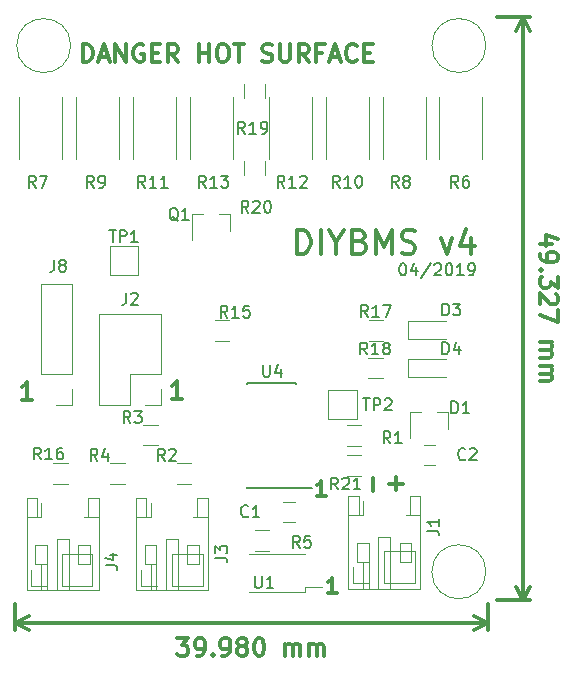
<source format=gbr>
G04 #@! TF.GenerationSoftware,KiCad,Pcbnew,(5.0.0)*
G04 #@! TF.CreationDate,2019-03-26T19:26:32+00:00*
G04 #@! TF.ProjectId,v4,76342E6B696361645F70636200000000,rev?*
G04 #@! TF.SameCoordinates,Original*
G04 #@! TF.FileFunction,Legend,Top*
G04 #@! TF.FilePolarity,Positive*
%FSLAX46Y46*%
G04 Gerber Fmt 4.6, Leading zero omitted, Abs format (unit mm)*
G04 Created by KiCad (PCBNEW (5.0.0)) date 03/26/19 19:26:32*
%MOMM*%
%LPD*%
G01*
G04 APERTURE LIST*
%ADD10C,0.300000*%
%ADD11C,0.200000*%
%ADD12C,0.120000*%
%ADD13C,0.150000*%
G04 APERTURE END LIST*
D10*
X57346000Y-58692171D02*
X57346000Y-57192171D01*
X57703142Y-57192171D01*
X57917428Y-57263600D01*
X58060285Y-57406457D01*
X58131714Y-57549314D01*
X58203142Y-57835028D01*
X58203142Y-58049314D01*
X58131714Y-58335028D01*
X58060285Y-58477885D01*
X57917428Y-58620742D01*
X57703142Y-58692171D01*
X57346000Y-58692171D01*
X58774571Y-58263600D02*
X59488857Y-58263600D01*
X58631714Y-58692171D02*
X59131714Y-57192171D01*
X59631714Y-58692171D01*
X60131714Y-58692171D02*
X60131714Y-57192171D01*
X60988857Y-58692171D01*
X60988857Y-57192171D01*
X62488857Y-57263600D02*
X62346000Y-57192171D01*
X62131714Y-57192171D01*
X61917428Y-57263600D01*
X61774571Y-57406457D01*
X61703142Y-57549314D01*
X61631714Y-57835028D01*
X61631714Y-58049314D01*
X61703142Y-58335028D01*
X61774571Y-58477885D01*
X61917428Y-58620742D01*
X62131714Y-58692171D01*
X62274571Y-58692171D01*
X62488857Y-58620742D01*
X62560285Y-58549314D01*
X62560285Y-58049314D01*
X62274571Y-58049314D01*
X63203142Y-57906457D02*
X63703142Y-57906457D01*
X63917428Y-58692171D02*
X63203142Y-58692171D01*
X63203142Y-57192171D01*
X63917428Y-57192171D01*
X65417428Y-58692171D02*
X64917428Y-57977885D01*
X64560285Y-58692171D02*
X64560285Y-57192171D01*
X65131714Y-57192171D01*
X65274571Y-57263600D01*
X65346000Y-57335028D01*
X65417428Y-57477885D01*
X65417428Y-57692171D01*
X65346000Y-57835028D01*
X65274571Y-57906457D01*
X65131714Y-57977885D01*
X64560285Y-57977885D01*
X67203142Y-58692171D02*
X67203142Y-57192171D01*
X67203142Y-57906457D02*
X68060285Y-57906457D01*
X68060285Y-58692171D02*
X68060285Y-57192171D01*
X69060285Y-57192171D02*
X69346000Y-57192171D01*
X69488857Y-57263600D01*
X69631714Y-57406457D01*
X69703142Y-57692171D01*
X69703142Y-58192171D01*
X69631714Y-58477885D01*
X69488857Y-58620742D01*
X69346000Y-58692171D01*
X69060285Y-58692171D01*
X68917428Y-58620742D01*
X68774571Y-58477885D01*
X68703142Y-58192171D01*
X68703142Y-57692171D01*
X68774571Y-57406457D01*
X68917428Y-57263600D01*
X69060285Y-57192171D01*
X70131714Y-57192171D02*
X70988857Y-57192171D01*
X70560285Y-58692171D02*
X70560285Y-57192171D01*
X72560285Y-58620742D02*
X72774571Y-58692171D01*
X73131714Y-58692171D01*
X73274571Y-58620742D01*
X73346000Y-58549314D01*
X73417428Y-58406457D01*
X73417428Y-58263600D01*
X73346000Y-58120742D01*
X73274571Y-58049314D01*
X73131714Y-57977885D01*
X72846000Y-57906457D01*
X72703142Y-57835028D01*
X72631714Y-57763600D01*
X72560285Y-57620742D01*
X72560285Y-57477885D01*
X72631714Y-57335028D01*
X72703142Y-57263600D01*
X72846000Y-57192171D01*
X73203142Y-57192171D01*
X73417428Y-57263600D01*
X74060285Y-57192171D02*
X74060285Y-58406457D01*
X74131714Y-58549314D01*
X74203142Y-58620742D01*
X74346000Y-58692171D01*
X74631714Y-58692171D01*
X74774571Y-58620742D01*
X74846000Y-58549314D01*
X74917428Y-58406457D01*
X74917428Y-57192171D01*
X76488857Y-58692171D02*
X75988857Y-57977885D01*
X75631714Y-58692171D02*
X75631714Y-57192171D01*
X76203142Y-57192171D01*
X76346000Y-57263600D01*
X76417428Y-57335028D01*
X76488857Y-57477885D01*
X76488857Y-57692171D01*
X76417428Y-57835028D01*
X76346000Y-57906457D01*
X76203142Y-57977885D01*
X75631714Y-57977885D01*
X77631714Y-57906457D02*
X77131714Y-57906457D01*
X77131714Y-58692171D02*
X77131714Y-57192171D01*
X77846000Y-57192171D01*
X78346000Y-58263600D02*
X79060285Y-58263600D01*
X78203142Y-58692171D02*
X78703142Y-57192171D01*
X79203142Y-58692171D01*
X80560285Y-58549314D02*
X80488857Y-58620742D01*
X80274571Y-58692171D01*
X80131714Y-58692171D01*
X79917428Y-58620742D01*
X79774571Y-58477885D01*
X79703142Y-58335028D01*
X79631714Y-58049314D01*
X79631714Y-57835028D01*
X79703142Y-57549314D01*
X79774571Y-57406457D01*
X79917428Y-57263600D01*
X80131714Y-57192171D01*
X80274571Y-57192171D01*
X80488857Y-57263600D01*
X80560285Y-57335028D01*
X81203142Y-57906457D02*
X81703142Y-57906457D01*
X81917428Y-58692171D02*
X81203142Y-58692171D01*
X81203142Y-57192171D01*
X81917428Y-57192171D01*
D11*
X84417866Y-75753980D02*
X84513104Y-75753980D01*
X84608342Y-75801600D01*
X84655961Y-75849219D01*
X84703580Y-75944457D01*
X84751200Y-76134933D01*
X84751200Y-76373028D01*
X84703580Y-76563504D01*
X84655961Y-76658742D01*
X84608342Y-76706361D01*
X84513104Y-76753980D01*
X84417866Y-76753980D01*
X84322628Y-76706361D01*
X84275009Y-76658742D01*
X84227390Y-76563504D01*
X84179771Y-76373028D01*
X84179771Y-76134933D01*
X84227390Y-75944457D01*
X84275009Y-75849219D01*
X84322628Y-75801600D01*
X84417866Y-75753980D01*
X85608342Y-76087314D02*
X85608342Y-76753980D01*
X85370247Y-75706361D02*
X85132152Y-76420647D01*
X85751200Y-76420647D01*
X86846438Y-75706361D02*
X85989295Y-76992076D01*
X87132152Y-75849219D02*
X87179771Y-75801600D01*
X87275009Y-75753980D01*
X87513104Y-75753980D01*
X87608342Y-75801600D01*
X87655961Y-75849219D01*
X87703580Y-75944457D01*
X87703580Y-76039695D01*
X87655961Y-76182552D01*
X87084533Y-76753980D01*
X87703580Y-76753980D01*
X88322628Y-75753980D02*
X88417866Y-75753980D01*
X88513104Y-75801600D01*
X88560723Y-75849219D01*
X88608342Y-75944457D01*
X88655961Y-76134933D01*
X88655961Y-76373028D01*
X88608342Y-76563504D01*
X88560723Y-76658742D01*
X88513104Y-76706361D01*
X88417866Y-76753980D01*
X88322628Y-76753980D01*
X88227390Y-76706361D01*
X88179771Y-76658742D01*
X88132152Y-76563504D01*
X88084533Y-76373028D01*
X88084533Y-76134933D01*
X88132152Y-75944457D01*
X88179771Y-75849219D01*
X88227390Y-75801600D01*
X88322628Y-75753980D01*
X89608342Y-76753980D02*
X89036914Y-76753980D01*
X89322628Y-76753980D02*
X89322628Y-75753980D01*
X89227390Y-75896838D01*
X89132152Y-75992076D01*
X89036914Y-76039695D01*
X90084533Y-76753980D02*
X90275009Y-76753980D01*
X90370247Y-76706361D01*
X90417866Y-76658742D01*
X90513104Y-76515885D01*
X90560723Y-76325409D01*
X90560723Y-75944457D01*
X90513104Y-75849219D01*
X90465485Y-75801600D01*
X90370247Y-75753980D01*
X90179771Y-75753980D01*
X90084533Y-75801600D01*
X90036914Y-75849219D01*
X89989295Y-75944457D01*
X89989295Y-76182552D01*
X90036914Y-76277790D01*
X90084533Y-76325409D01*
X90179771Y-76373028D01*
X90370247Y-76373028D01*
X90465485Y-76325409D01*
X90513104Y-76277790D01*
X90560723Y-76182552D01*
D10*
X78857428Y-103661295D02*
X78114571Y-103661295D01*
X78486000Y-103661295D02*
X78486000Y-102361295D01*
X78362190Y-102547009D01*
X78238380Y-102670819D01*
X78114571Y-102732723D01*
X77943028Y-95431695D02*
X77200171Y-95431695D01*
X77571600Y-95431695D02*
X77571600Y-94131695D01*
X77447790Y-94317409D01*
X77323980Y-94441219D01*
X77200171Y-94503123D01*
X75505266Y-74920361D02*
X75505266Y-72920361D01*
X75981457Y-72920361D01*
X76267171Y-73015600D01*
X76457647Y-73206076D01*
X76552885Y-73396552D01*
X76648123Y-73777504D01*
X76648123Y-74063219D01*
X76552885Y-74444171D01*
X76457647Y-74634647D01*
X76267171Y-74825123D01*
X75981457Y-74920361D01*
X75505266Y-74920361D01*
X77505266Y-74920361D02*
X77505266Y-72920361D01*
X78838600Y-73967980D02*
X78838600Y-74920361D01*
X78171933Y-72920361D02*
X78838600Y-73967980D01*
X79505266Y-72920361D01*
X80838600Y-73872742D02*
X81124314Y-73967980D01*
X81219552Y-74063219D01*
X81314790Y-74253695D01*
X81314790Y-74539409D01*
X81219552Y-74729885D01*
X81124314Y-74825123D01*
X80933838Y-74920361D01*
X80171933Y-74920361D01*
X80171933Y-72920361D01*
X80838600Y-72920361D01*
X81029076Y-73015600D01*
X81124314Y-73110838D01*
X81219552Y-73301314D01*
X81219552Y-73491790D01*
X81124314Y-73682266D01*
X81029076Y-73777504D01*
X80838600Y-73872742D01*
X80171933Y-73872742D01*
X82171933Y-74920361D02*
X82171933Y-72920361D01*
X82838600Y-74348933D01*
X83505266Y-72920361D01*
X83505266Y-74920361D01*
X84362409Y-74825123D02*
X84648123Y-74920361D01*
X85124314Y-74920361D01*
X85314790Y-74825123D01*
X85410028Y-74729885D01*
X85505266Y-74539409D01*
X85505266Y-74348933D01*
X85410028Y-74158457D01*
X85314790Y-74063219D01*
X85124314Y-73967980D01*
X84743361Y-73872742D01*
X84552885Y-73777504D01*
X84457647Y-73682266D01*
X84362409Y-73491790D01*
X84362409Y-73301314D01*
X84457647Y-73110838D01*
X84552885Y-73015600D01*
X84743361Y-72920361D01*
X85219552Y-72920361D01*
X85505266Y-73015600D01*
X87695742Y-73587028D02*
X88171933Y-74920361D01*
X88648123Y-73587028D01*
X90267171Y-73587028D02*
X90267171Y-74920361D01*
X89790980Y-72825123D02*
X89314790Y-74253695D01*
X90552885Y-74253695D01*
X53057371Y-87292571D02*
X52200228Y-87292571D01*
X52628800Y-87292571D02*
X52628800Y-85792571D01*
X52485942Y-86006857D01*
X52343085Y-86149714D01*
X52200228Y-86221142D01*
X65757371Y-87190971D02*
X64900228Y-87190971D01*
X65328800Y-87190971D02*
X65328800Y-85690971D01*
X65185942Y-85905257D01*
X65043085Y-86048114D01*
X64900228Y-86119542D01*
X81945942Y-95059428D02*
X81945942Y-93916571D01*
X83299371Y-94391942D02*
X84442228Y-94391942D01*
X83870800Y-94963371D02*
X83870800Y-93820514D01*
X65367685Y-107501371D02*
X66296257Y-107501371D01*
X65796257Y-108072800D01*
X66010542Y-108072800D01*
X66153400Y-108144228D01*
X66224828Y-108215657D01*
X66296257Y-108358514D01*
X66296257Y-108715657D01*
X66224828Y-108858514D01*
X66153400Y-108929942D01*
X66010542Y-109001371D01*
X65581971Y-109001371D01*
X65439114Y-108929942D01*
X65367685Y-108858514D01*
X67010542Y-109001371D02*
X67296257Y-109001371D01*
X67439114Y-108929942D01*
X67510542Y-108858514D01*
X67653400Y-108644228D01*
X67724828Y-108358514D01*
X67724828Y-107787085D01*
X67653400Y-107644228D01*
X67581971Y-107572800D01*
X67439114Y-107501371D01*
X67153400Y-107501371D01*
X67010542Y-107572800D01*
X66939114Y-107644228D01*
X66867685Y-107787085D01*
X66867685Y-108144228D01*
X66939114Y-108287085D01*
X67010542Y-108358514D01*
X67153400Y-108429942D01*
X67439114Y-108429942D01*
X67581971Y-108358514D01*
X67653400Y-108287085D01*
X67724828Y-108144228D01*
X68367685Y-108858514D02*
X68439114Y-108929942D01*
X68367685Y-109001371D01*
X68296257Y-108929942D01*
X68367685Y-108858514D01*
X68367685Y-109001371D01*
X69153400Y-109001371D02*
X69439114Y-109001371D01*
X69581971Y-108929942D01*
X69653400Y-108858514D01*
X69796257Y-108644228D01*
X69867685Y-108358514D01*
X69867685Y-107787085D01*
X69796257Y-107644228D01*
X69724828Y-107572800D01*
X69581971Y-107501371D01*
X69296257Y-107501371D01*
X69153400Y-107572800D01*
X69081971Y-107644228D01*
X69010542Y-107787085D01*
X69010542Y-108144228D01*
X69081971Y-108287085D01*
X69153400Y-108358514D01*
X69296257Y-108429942D01*
X69581971Y-108429942D01*
X69724828Y-108358514D01*
X69796257Y-108287085D01*
X69867685Y-108144228D01*
X70724828Y-108144228D02*
X70581971Y-108072800D01*
X70510542Y-108001371D01*
X70439114Y-107858514D01*
X70439114Y-107787085D01*
X70510542Y-107644228D01*
X70581971Y-107572800D01*
X70724828Y-107501371D01*
X71010542Y-107501371D01*
X71153400Y-107572800D01*
X71224828Y-107644228D01*
X71296257Y-107787085D01*
X71296257Y-107858514D01*
X71224828Y-108001371D01*
X71153400Y-108072800D01*
X71010542Y-108144228D01*
X70724828Y-108144228D01*
X70581971Y-108215657D01*
X70510542Y-108287085D01*
X70439114Y-108429942D01*
X70439114Y-108715657D01*
X70510542Y-108858514D01*
X70581971Y-108929942D01*
X70724828Y-109001371D01*
X71010542Y-109001371D01*
X71153400Y-108929942D01*
X71224828Y-108858514D01*
X71296257Y-108715657D01*
X71296257Y-108429942D01*
X71224828Y-108287085D01*
X71153400Y-108215657D01*
X71010542Y-108144228D01*
X72224828Y-107501371D02*
X72367685Y-107501371D01*
X72510542Y-107572800D01*
X72581971Y-107644228D01*
X72653400Y-107787085D01*
X72724828Y-108072800D01*
X72724828Y-108429942D01*
X72653400Y-108715657D01*
X72581971Y-108858514D01*
X72510542Y-108929942D01*
X72367685Y-109001371D01*
X72224828Y-109001371D01*
X72081971Y-108929942D01*
X72010542Y-108858514D01*
X71939114Y-108715657D01*
X71867685Y-108429942D01*
X71867685Y-108072800D01*
X71939114Y-107787085D01*
X72010542Y-107644228D01*
X72081971Y-107572800D01*
X72224828Y-107501371D01*
X74510542Y-109001371D02*
X74510542Y-108001371D01*
X74510542Y-108144228D02*
X74581971Y-108072800D01*
X74724828Y-108001371D01*
X74939114Y-108001371D01*
X75081971Y-108072800D01*
X75153400Y-108215657D01*
X75153400Y-109001371D01*
X75153400Y-108215657D02*
X75224828Y-108072800D01*
X75367685Y-108001371D01*
X75581971Y-108001371D01*
X75724828Y-108072800D01*
X75796257Y-108215657D01*
X75796257Y-109001371D01*
X76510542Y-109001371D02*
X76510542Y-108001371D01*
X76510542Y-108144228D02*
X76581971Y-108072800D01*
X76724828Y-108001371D01*
X76939114Y-108001371D01*
X77081971Y-108072800D01*
X77153400Y-108215657D01*
X77153400Y-109001371D01*
X77153400Y-108215657D02*
X77224828Y-108072800D01*
X77367685Y-108001371D01*
X77581971Y-108001371D01*
X77724828Y-108072800D01*
X77796257Y-108215657D01*
X77796257Y-109001371D01*
X51663600Y-106222800D02*
X91643200Y-106222800D01*
X51663600Y-104546400D02*
X51663600Y-106809221D01*
X91643200Y-104546400D02*
X91643200Y-106809221D01*
X91643200Y-106222800D02*
X90516696Y-106809221D01*
X91643200Y-106222800D02*
X90516696Y-105636379D01*
X51663600Y-106222800D02*
X52790104Y-106809221D01*
X51663600Y-106222800D02*
X52790104Y-105636379D01*
X97061828Y-74078200D02*
X96061828Y-74078200D01*
X97633257Y-73721057D02*
X96561828Y-73363914D01*
X96561828Y-74292485D01*
X96061828Y-74935342D02*
X96061828Y-75221057D01*
X96133257Y-75363914D01*
X96204685Y-75435342D01*
X96418971Y-75578200D01*
X96704685Y-75649628D01*
X97276114Y-75649628D01*
X97418971Y-75578200D01*
X97490400Y-75506771D01*
X97561828Y-75363914D01*
X97561828Y-75078200D01*
X97490400Y-74935342D01*
X97418971Y-74863914D01*
X97276114Y-74792485D01*
X96918971Y-74792485D01*
X96776114Y-74863914D01*
X96704685Y-74935342D01*
X96633257Y-75078200D01*
X96633257Y-75363914D01*
X96704685Y-75506771D01*
X96776114Y-75578200D01*
X96918971Y-75649628D01*
X96204685Y-76292485D02*
X96133257Y-76363914D01*
X96061828Y-76292485D01*
X96133257Y-76221057D01*
X96204685Y-76292485D01*
X96061828Y-76292485D01*
X97561828Y-76863914D02*
X97561828Y-77792485D01*
X96990400Y-77292485D01*
X96990400Y-77506771D01*
X96918971Y-77649628D01*
X96847542Y-77721057D01*
X96704685Y-77792485D01*
X96347542Y-77792485D01*
X96204685Y-77721057D01*
X96133257Y-77649628D01*
X96061828Y-77506771D01*
X96061828Y-77078200D01*
X96133257Y-76935342D01*
X96204685Y-76863914D01*
X97418971Y-78363914D02*
X97490400Y-78435342D01*
X97561828Y-78578200D01*
X97561828Y-78935342D01*
X97490400Y-79078200D01*
X97418971Y-79149628D01*
X97276114Y-79221057D01*
X97133257Y-79221057D01*
X96918971Y-79149628D01*
X96061828Y-78292485D01*
X96061828Y-79221057D01*
X97561828Y-79721057D02*
X97561828Y-80721057D01*
X96061828Y-80078200D01*
X96061828Y-82435342D02*
X97061828Y-82435342D01*
X96918971Y-82435342D02*
X96990400Y-82506771D01*
X97061828Y-82649628D01*
X97061828Y-82863914D01*
X96990400Y-83006771D01*
X96847542Y-83078200D01*
X96061828Y-83078200D01*
X96847542Y-83078200D02*
X96990400Y-83149628D01*
X97061828Y-83292485D01*
X97061828Y-83506771D01*
X96990400Y-83649628D01*
X96847542Y-83721057D01*
X96061828Y-83721057D01*
X96061828Y-84435342D02*
X97061828Y-84435342D01*
X96918971Y-84435342D02*
X96990400Y-84506771D01*
X97061828Y-84649628D01*
X97061828Y-84863914D01*
X96990400Y-85006771D01*
X96847542Y-85078200D01*
X96061828Y-85078200D01*
X96847542Y-85078200D02*
X96990400Y-85149628D01*
X97061828Y-85292485D01*
X97061828Y-85506771D01*
X96990400Y-85649628D01*
X96847542Y-85721057D01*
X96061828Y-85721057D01*
X94640400Y-54914800D02*
X94640400Y-104241600D01*
X92405200Y-54914800D02*
X95226821Y-54914800D01*
X92405200Y-104241600D02*
X95226821Y-104241600D01*
X94640400Y-104241600D02*
X94053979Y-103115096D01*
X94640400Y-104241600D02*
X95226821Y-103115096D01*
X94640400Y-54914800D02*
X94053979Y-56041304D01*
X94640400Y-54914800D02*
X95226821Y-56041304D01*
D12*
G04 #@! TO.C,REF\002A\002A*
X91490800Y-57302400D02*
G75*
G03X91490800Y-57302400I-2286000J0D01*
G01*
X56337200Y-57302400D02*
G75*
G03X56337200Y-57302400I-2286000J0D01*
G01*
X91490800Y-101854000D02*
G75*
G03X91490800Y-101854000I-2286000J0D01*
G01*
G04 #@! TO.C,R17*
X82794400Y-82288970D02*
X81594400Y-82288970D01*
X81594400Y-80528970D02*
X82794400Y-80528970D01*
G04 #@! TO.C,J7*
X67522400Y-103031600D02*
X67522400Y-100371600D01*
X64922400Y-103031600D02*
X67522400Y-103031600D01*
X64922400Y-100371600D02*
X67522400Y-100371600D01*
X64922400Y-103031600D02*
X64922400Y-100371600D01*
X63652400Y-103031600D02*
X62322400Y-103031600D01*
X62322400Y-103031600D02*
X62322400Y-101701600D01*
G04 #@! TO.C,J3*
X64406400Y-103428800D02*
X64406400Y-99078800D01*
X64406400Y-99078800D02*
X65406400Y-99078800D01*
X65406400Y-99078800D02*
X65406400Y-103428800D01*
X63106400Y-97228800D02*
X62756400Y-97228800D01*
X62756400Y-97228800D02*
X62756400Y-95628800D01*
X62756400Y-95628800D02*
X61856400Y-95628800D01*
X61856400Y-95628800D02*
X61856400Y-103428800D01*
X61856400Y-103428800D02*
X67956400Y-103428800D01*
X67956400Y-103428800D02*
X67956400Y-95628800D01*
X67956400Y-95628800D02*
X67056400Y-95628800D01*
X67056400Y-95628800D02*
X67056400Y-97228800D01*
X67056400Y-97228800D02*
X66706400Y-97228800D01*
X61856400Y-97228800D02*
X62756400Y-97228800D01*
X67956400Y-97228800D02*
X67056400Y-97228800D01*
X62606400Y-99578800D02*
X62606400Y-101178800D01*
X62606400Y-101178800D02*
X63606400Y-101178800D01*
X63606400Y-101178800D02*
X63606400Y-99578800D01*
X63606400Y-99578800D02*
X62606400Y-99578800D01*
X67206400Y-99578800D02*
X67206400Y-101178800D01*
X67206400Y-101178800D02*
X66206400Y-101178800D01*
X66206400Y-101178800D02*
X66206400Y-99578800D01*
X66206400Y-99578800D02*
X67206400Y-99578800D01*
X63606400Y-101178800D02*
X63606400Y-103428800D01*
X63106400Y-101178800D02*
X63106400Y-103428800D01*
X63106400Y-97228800D02*
X63106400Y-96028800D01*
G04 #@! TO.C,J2*
X63966400Y-80000800D02*
X58766400Y-80000800D01*
X63966400Y-85140800D02*
X63966400Y-80000800D01*
X58766400Y-87740800D02*
X58766400Y-80000800D01*
X63966400Y-85140800D02*
X61366400Y-85140800D01*
X61366400Y-85140800D02*
X61366400Y-87740800D01*
X61366400Y-87740800D02*
X58766400Y-87740800D01*
X63966400Y-86410800D02*
X63966400Y-87740800D01*
X63966400Y-87740800D02*
X62636400Y-87740800D01*
G04 #@! TO.C,C1*
X74305200Y-97674800D02*
X75305200Y-97674800D01*
X75305200Y-95974800D02*
X74305200Y-95974800D01*
G04 #@! TO.C,J1*
X82389600Y-103276400D02*
X82389600Y-98926400D01*
X82389600Y-98926400D02*
X83389600Y-98926400D01*
X83389600Y-98926400D02*
X83389600Y-103276400D01*
X81089600Y-97076400D02*
X80739600Y-97076400D01*
X80739600Y-97076400D02*
X80739600Y-95476400D01*
X80739600Y-95476400D02*
X79839600Y-95476400D01*
X79839600Y-95476400D02*
X79839600Y-103276400D01*
X79839600Y-103276400D02*
X85939600Y-103276400D01*
X85939600Y-103276400D02*
X85939600Y-95476400D01*
X85939600Y-95476400D02*
X85039600Y-95476400D01*
X85039600Y-95476400D02*
X85039600Y-97076400D01*
X85039600Y-97076400D02*
X84689600Y-97076400D01*
X79839600Y-97076400D02*
X80739600Y-97076400D01*
X85939600Y-97076400D02*
X85039600Y-97076400D01*
X80589600Y-99426400D02*
X80589600Y-101026400D01*
X80589600Y-101026400D02*
X81589600Y-101026400D01*
X81589600Y-101026400D02*
X81589600Y-99426400D01*
X81589600Y-99426400D02*
X80589600Y-99426400D01*
X85189600Y-99426400D02*
X85189600Y-101026400D01*
X85189600Y-101026400D02*
X84189600Y-101026400D01*
X84189600Y-101026400D02*
X84189600Y-99426400D01*
X84189600Y-99426400D02*
X85189600Y-99426400D01*
X81589600Y-101026400D02*
X81589600Y-103276400D01*
X81089600Y-101026400D02*
X81089600Y-103276400D01*
X81089600Y-97076400D02*
X81089600Y-95876400D01*
G04 #@! TO.C,R1*
X79714800Y-89442400D02*
X80914800Y-89442400D01*
X80914800Y-91202400D02*
X79714800Y-91202400D01*
D13*
G04 #@! TO.C,U4*
X75430200Y-94772400D02*
X75430200Y-94747400D01*
X71280200Y-94772400D02*
X71280200Y-94657400D01*
X71280200Y-85872400D02*
X71280200Y-85987400D01*
X75430200Y-85872400D02*
X75430200Y-85987400D01*
X75430200Y-94772400D02*
X71280200Y-94772400D01*
X75430200Y-85872400D02*
X71280200Y-85872400D01*
X75430200Y-94747400D02*
X76805200Y-94747400D01*
D12*
G04 #@! TO.C,C2*
X87215600Y-91098000D02*
X86215600Y-91098000D01*
X86215600Y-92798000D02*
X87215600Y-92798000D01*
G04 #@! TO.C,J4*
X55160800Y-103428800D02*
X55160800Y-99078800D01*
X55160800Y-99078800D02*
X56160800Y-99078800D01*
X56160800Y-99078800D02*
X56160800Y-103428800D01*
X53860800Y-97228800D02*
X53510800Y-97228800D01*
X53510800Y-97228800D02*
X53510800Y-95628800D01*
X53510800Y-95628800D02*
X52610800Y-95628800D01*
X52610800Y-95628800D02*
X52610800Y-103428800D01*
X52610800Y-103428800D02*
X58710800Y-103428800D01*
X58710800Y-103428800D02*
X58710800Y-95628800D01*
X58710800Y-95628800D02*
X57810800Y-95628800D01*
X57810800Y-95628800D02*
X57810800Y-97228800D01*
X57810800Y-97228800D02*
X57460800Y-97228800D01*
X52610800Y-97228800D02*
X53510800Y-97228800D01*
X58710800Y-97228800D02*
X57810800Y-97228800D01*
X53360800Y-99578800D02*
X53360800Y-101178800D01*
X53360800Y-101178800D02*
X54360800Y-101178800D01*
X54360800Y-101178800D02*
X54360800Y-99578800D01*
X54360800Y-99578800D02*
X53360800Y-99578800D01*
X57960800Y-99578800D02*
X57960800Y-101178800D01*
X57960800Y-101178800D02*
X56960800Y-101178800D01*
X56960800Y-101178800D02*
X56960800Y-99578800D01*
X56960800Y-99578800D02*
X57960800Y-99578800D01*
X54360800Y-101178800D02*
X54360800Y-103428800D01*
X53860800Y-101178800D02*
X53860800Y-103428800D01*
X53860800Y-97228800D02*
X53860800Y-96028800D01*
G04 #@! TO.C,J5*
X85454800Y-102777600D02*
X85454800Y-100117600D01*
X82854800Y-102777600D02*
X85454800Y-102777600D01*
X82854800Y-100117600D02*
X85454800Y-100117600D01*
X82854800Y-102777600D02*
X82854800Y-100117600D01*
X81584800Y-102777600D02*
X80254800Y-102777600D01*
X80254800Y-102777600D02*
X80254800Y-101447600D01*
G04 #@! TO.C,J6*
X58175200Y-103031600D02*
X58175200Y-100371600D01*
X55575200Y-103031600D02*
X58175200Y-103031600D01*
X55575200Y-100371600D02*
X58175200Y-100371600D01*
X55575200Y-103031600D02*
X55575200Y-100371600D01*
X54305200Y-103031600D02*
X52975200Y-103031600D01*
X52975200Y-103031600D02*
X52975200Y-101701600D01*
G04 #@! TO.C,R2*
X66538400Y-94402800D02*
X65338400Y-94402800D01*
X65338400Y-92642800D02*
X66538400Y-92642800D01*
G04 #@! TO.C,R3*
X62493600Y-89391600D02*
X63693600Y-89391600D01*
X63693600Y-91151600D02*
X62493600Y-91151600D01*
G04 #@! TO.C,R4*
X59699600Y-92642800D02*
X60899600Y-92642800D01*
X60899600Y-94402800D02*
X59699600Y-94402800D01*
G04 #@! TO.C,R5*
X71942400Y-98332400D02*
X73142400Y-98332400D01*
X73142400Y-100092400D02*
X71942400Y-100092400D01*
G04 #@! TO.C,R15*
X69738800Y-82288970D02*
X68538800Y-82288970D01*
X68538800Y-80528970D02*
X69738800Y-80528970D01*
G04 #@! TO.C,R16*
X54873600Y-92642800D02*
X56073600Y-92642800D01*
X56073600Y-94402800D02*
X54873600Y-94402800D01*
G04 #@! TO.C,R18*
X82743600Y-85477000D02*
X81543600Y-85477000D01*
X81543600Y-83717000D02*
X82743600Y-83717000D01*
G04 #@! TO.C,U1*
X76212400Y-103545600D02*
X76212400Y-103145600D01*
X76212400Y-103145600D02*
X77612400Y-103145600D01*
X76212400Y-103545600D02*
X71412400Y-103545600D01*
X76212400Y-100345600D02*
X71412400Y-100345600D01*
G04 #@! TO.C,D1*
X88244800Y-88343200D02*
X87314800Y-88343200D01*
X85084800Y-88343200D02*
X86014800Y-88343200D01*
X85084800Y-88343200D02*
X85084800Y-90503200D01*
X88244800Y-88343200D02*
X88244800Y-89803200D01*
G04 #@! TO.C,D3*
X88122000Y-82131600D02*
X84922000Y-82131600D01*
X84922000Y-80631600D02*
X88122000Y-80631600D01*
X84922000Y-80631600D02*
X84922000Y-82131600D01*
G04 #@! TO.C,D4*
X88122000Y-85332000D02*
X84922000Y-85332000D01*
X84922000Y-83832000D02*
X88122000Y-83832000D01*
X84922000Y-83832000D02*
X84922000Y-85332000D01*
G04 #@! TO.C,Q1*
X69804400Y-71565600D02*
X68874400Y-71565600D01*
X66644400Y-71565600D02*
X67574400Y-71565600D01*
X66644400Y-71565600D02*
X66644400Y-73725600D01*
X69804400Y-71565600D02*
X69804400Y-73025600D01*
G04 #@! TO.C,R19*
X72762000Y-60549600D02*
X72762000Y-61749600D01*
X71002000Y-61749600D02*
X71002000Y-60549600D01*
G04 #@! TO.C,R20*
X71002000Y-68252000D02*
X71002000Y-67052000D01*
X72762000Y-67052000D02*
X72762000Y-68252000D01*
G04 #@! TO.C,R21*
X79714800Y-91982400D02*
X80914800Y-91982400D01*
X80914800Y-93742400D02*
X79714800Y-93742400D01*
G04 #@! TO.C,TP2*
X78149600Y-86480800D02*
X80549600Y-86480800D01*
X80549600Y-86480800D02*
X80549600Y-88880800D01*
X80549600Y-88880800D02*
X78149600Y-88880800D01*
X78149600Y-88880800D02*
X78149600Y-86480800D01*
G04 #@! TO.C,J8*
X56448000Y-87740800D02*
X55118000Y-87740800D01*
X56448000Y-86410800D02*
X56448000Y-87740800D01*
X56448000Y-85140800D02*
X53788000Y-85140800D01*
X53788000Y-85140800D02*
X53788000Y-77460800D01*
X56448000Y-85140800D02*
X56448000Y-77460800D01*
X56448000Y-77460800D02*
X53788000Y-77460800D01*
G04 #@! TO.C,R6*
X87537200Y-66889200D02*
X87537200Y-61689200D01*
X91177200Y-61689200D02*
X91177200Y-66889200D01*
G04 #@! TO.C,R7*
X55617200Y-61689200D02*
X55617200Y-66889200D01*
X51977200Y-66889200D02*
X51977200Y-61689200D01*
G04 #@! TO.C,R8*
X82745066Y-66899200D02*
X82745066Y-61699200D01*
X86385066Y-61699200D02*
X86385066Y-66899200D01*
G04 #@! TO.C,R9*
X60426266Y-61699200D02*
X60426266Y-66899200D01*
X56786266Y-66899200D02*
X56786266Y-61699200D01*
G04 #@! TO.C,R10*
X81592933Y-61689200D02*
X81592933Y-66889200D01*
X77952933Y-66889200D02*
X77952933Y-61689200D01*
G04 #@! TO.C,R11*
X65235332Y-61689200D02*
X65235332Y-66889200D01*
X61595332Y-66889200D02*
X61595332Y-61689200D01*
G04 #@! TO.C,R12*
X76800800Y-61699200D02*
X76800800Y-66899200D01*
X73160800Y-66899200D02*
X73160800Y-61699200D01*
G04 #@! TO.C,R13*
X70044400Y-61699200D02*
X70044400Y-66899200D01*
X66404400Y-66899200D02*
X66404400Y-61699200D01*
G04 #@! TO.C,TP1*
X59658400Y-74288800D02*
X62058400Y-74288800D01*
X62058400Y-74288800D02*
X62058400Y-76688800D01*
X62058400Y-76688800D02*
X59658400Y-76688800D01*
X59658400Y-76688800D02*
X59658400Y-74288800D01*
G04 #@! TO.C,R17*
D13*
X81500742Y-80259180D02*
X81167409Y-79782990D01*
X80929314Y-80259180D02*
X80929314Y-79259180D01*
X81310266Y-79259180D01*
X81405504Y-79306800D01*
X81453123Y-79354419D01*
X81500742Y-79449657D01*
X81500742Y-79592514D01*
X81453123Y-79687752D01*
X81405504Y-79735371D01*
X81310266Y-79782990D01*
X80929314Y-79782990D01*
X82453123Y-80259180D02*
X81881695Y-80259180D01*
X82167409Y-80259180D02*
X82167409Y-79259180D01*
X82072171Y-79402038D01*
X81976933Y-79497276D01*
X81881695Y-79544895D01*
X82786457Y-79259180D02*
X83453123Y-79259180D01*
X83024552Y-80259180D01*
G04 #@! TO.C,J3*
X68591180Y-100663333D02*
X69305466Y-100663333D01*
X69448323Y-100710952D01*
X69543561Y-100806190D01*
X69591180Y-100949047D01*
X69591180Y-101044285D01*
X68591180Y-100282380D02*
X68591180Y-99663333D01*
X68972133Y-99996666D01*
X68972133Y-99853809D01*
X69019752Y-99758571D01*
X69067371Y-99710952D01*
X69162609Y-99663333D01*
X69400704Y-99663333D01*
X69495942Y-99710952D01*
X69543561Y-99758571D01*
X69591180Y-99853809D01*
X69591180Y-100139523D01*
X69543561Y-100234761D01*
X69495942Y-100282380D01*
G04 #@! TO.C,J2*
X61033066Y-78243180D02*
X61033066Y-78957466D01*
X60985447Y-79100323D01*
X60890209Y-79195561D01*
X60747352Y-79243180D01*
X60652114Y-79243180D01*
X61461638Y-78338419D02*
X61509257Y-78290800D01*
X61604495Y-78243180D01*
X61842590Y-78243180D01*
X61937828Y-78290800D01*
X61985447Y-78338419D01*
X62033066Y-78433657D01*
X62033066Y-78528895D01*
X61985447Y-78671752D01*
X61414019Y-79243180D01*
X62033066Y-79243180D01*
G04 #@! TO.C,C1*
X71359733Y-97131142D02*
X71312114Y-97178761D01*
X71169257Y-97226380D01*
X71074019Y-97226380D01*
X70931161Y-97178761D01*
X70835923Y-97083523D01*
X70788304Y-96988285D01*
X70740685Y-96797809D01*
X70740685Y-96654952D01*
X70788304Y-96464476D01*
X70835923Y-96369238D01*
X70931161Y-96274000D01*
X71074019Y-96226380D01*
X71169257Y-96226380D01*
X71312114Y-96274000D01*
X71359733Y-96321619D01*
X72312114Y-97226380D02*
X71740685Y-97226380D01*
X72026400Y-97226380D02*
X72026400Y-96226380D01*
X71931161Y-96369238D01*
X71835923Y-96464476D01*
X71740685Y-96512095D01*
G04 #@! TO.C,J1*
X86523580Y-98377333D02*
X87237866Y-98377333D01*
X87380723Y-98424952D01*
X87475961Y-98520190D01*
X87523580Y-98663047D01*
X87523580Y-98758285D01*
X87523580Y-97377333D02*
X87523580Y-97948761D01*
X87523580Y-97663047D02*
X86523580Y-97663047D01*
X86666438Y-97758285D01*
X86761676Y-97853523D01*
X86809295Y-97948761D01*
G04 #@! TO.C,R1*
X83399333Y-90977980D02*
X83066000Y-90501790D01*
X82827904Y-90977980D02*
X82827904Y-89977980D01*
X83208857Y-89977980D01*
X83304095Y-90025600D01*
X83351714Y-90073219D01*
X83399333Y-90168457D01*
X83399333Y-90311314D01*
X83351714Y-90406552D01*
X83304095Y-90454171D01*
X83208857Y-90501790D01*
X82827904Y-90501790D01*
X84351714Y-90977980D02*
X83780285Y-90977980D01*
X84066000Y-90977980D02*
X84066000Y-89977980D01*
X83970761Y-90120838D01*
X83875523Y-90216076D01*
X83780285Y-90263695D01*
G04 #@! TO.C,U4*
X72644095Y-84339180D02*
X72644095Y-85148704D01*
X72691714Y-85243942D01*
X72739333Y-85291561D01*
X72834571Y-85339180D01*
X73025047Y-85339180D01*
X73120285Y-85291561D01*
X73167904Y-85243942D01*
X73215523Y-85148704D01*
X73215523Y-84339180D01*
X74120285Y-84672514D02*
X74120285Y-85339180D01*
X73882190Y-84291561D02*
X73644095Y-85005847D01*
X74263142Y-85005847D01*
G04 #@! TO.C,C2*
X89749333Y-92305142D02*
X89701714Y-92352761D01*
X89558857Y-92400380D01*
X89463619Y-92400380D01*
X89320761Y-92352761D01*
X89225523Y-92257523D01*
X89177904Y-92162285D01*
X89130285Y-91971809D01*
X89130285Y-91828952D01*
X89177904Y-91638476D01*
X89225523Y-91543238D01*
X89320761Y-91448000D01*
X89463619Y-91400380D01*
X89558857Y-91400380D01*
X89701714Y-91448000D01*
X89749333Y-91495619D01*
X90130285Y-91495619D02*
X90177904Y-91448000D01*
X90273142Y-91400380D01*
X90511238Y-91400380D01*
X90606476Y-91448000D01*
X90654095Y-91495619D01*
X90701714Y-91590857D01*
X90701714Y-91686095D01*
X90654095Y-91828952D01*
X90082666Y-92400380D01*
X90701714Y-92400380D01*
G04 #@! TO.C,J4*
X59294780Y-101323733D02*
X60009066Y-101323733D01*
X60151923Y-101371352D01*
X60247161Y-101466590D01*
X60294780Y-101609447D01*
X60294780Y-101704685D01*
X59628114Y-100418971D02*
X60294780Y-100418971D01*
X59247161Y-100657066D02*
X59961447Y-100895161D01*
X59961447Y-100276114D01*
G04 #@! TO.C,R2*
X64298533Y-92451180D02*
X63965200Y-91974990D01*
X63727104Y-92451180D02*
X63727104Y-91451180D01*
X64108057Y-91451180D01*
X64203295Y-91498800D01*
X64250914Y-91546419D01*
X64298533Y-91641657D01*
X64298533Y-91784514D01*
X64250914Y-91879752D01*
X64203295Y-91927371D01*
X64108057Y-91974990D01*
X63727104Y-91974990D01*
X64679485Y-91546419D02*
X64727104Y-91498800D01*
X64822342Y-91451180D01*
X65060438Y-91451180D01*
X65155676Y-91498800D01*
X65203295Y-91546419D01*
X65250914Y-91641657D01*
X65250914Y-91736895D01*
X65203295Y-91879752D01*
X64631866Y-92451180D01*
X65250914Y-92451180D01*
G04 #@! TO.C,R3*
X61402933Y-89250780D02*
X61069600Y-88774590D01*
X60831504Y-89250780D02*
X60831504Y-88250780D01*
X61212457Y-88250780D01*
X61307695Y-88298400D01*
X61355314Y-88346019D01*
X61402933Y-88441257D01*
X61402933Y-88584114D01*
X61355314Y-88679352D01*
X61307695Y-88726971D01*
X61212457Y-88774590D01*
X60831504Y-88774590D01*
X61736266Y-88250780D02*
X62355314Y-88250780D01*
X62021980Y-88631733D01*
X62164838Y-88631733D01*
X62260076Y-88679352D01*
X62307695Y-88726971D01*
X62355314Y-88822209D01*
X62355314Y-89060304D01*
X62307695Y-89155542D01*
X62260076Y-89203161D01*
X62164838Y-89250780D01*
X61879123Y-89250780D01*
X61783885Y-89203161D01*
X61736266Y-89155542D01*
G04 #@! TO.C,R4*
X58608933Y-92451180D02*
X58275600Y-91974990D01*
X58037504Y-92451180D02*
X58037504Y-91451180D01*
X58418457Y-91451180D01*
X58513695Y-91498800D01*
X58561314Y-91546419D01*
X58608933Y-91641657D01*
X58608933Y-91784514D01*
X58561314Y-91879752D01*
X58513695Y-91927371D01*
X58418457Y-91974990D01*
X58037504Y-91974990D01*
X59466076Y-91784514D02*
X59466076Y-92451180D01*
X59227980Y-91403561D02*
X58989885Y-92117847D01*
X59608933Y-92117847D01*
G04 #@! TO.C,R5*
X75728533Y-99817180D02*
X75395200Y-99340990D01*
X75157104Y-99817180D02*
X75157104Y-98817180D01*
X75538057Y-98817180D01*
X75633295Y-98864800D01*
X75680914Y-98912419D01*
X75728533Y-99007657D01*
X75728533Y-99150514D01*
X75680914Y-99245752D01*
X75633295Y-99293371D01*
X75538057Y-99340990D01*
X75157104Y-99340990D01*
X76633295Y-98817180D02*
X76157104Y-98817180D01*
X76109485Y-99293371D01*
X76157104Y-99245752D01*
X76252342Y-99198133D01*
X76490438Y-99198133D01*
X76585676Y-99245752D01*
X76633295Y-99293371D01*
X76680914Y-99388609D01*
X76680914Y-99626704D01*
X76633295Y-99721942D01*
X76585676Y-99769561D01*
X76490438Y-99817180D01*
X76252342Y-99817180D01*
X76157104Y-99769561D01*
X76109485Y-99721942D01*
G04 #@! TO.C,R15*
X69613542Y-80337350D02*
X69280209Y-79861160D01*
X69042114Y-80337350D02*
X69042114Y-79337350D01*
X69423066Y-79337350D01*
X69518304Y-79384970D01*
X69565923Y-79432589D01*
X69613542Y-79527827D01*
X69613542Y-79670684D01*
X69565923Y-79765922D01*
X69518304Y-79813541D01*
X69423066Y-79861160D01*
X69042114Y-79861160D01*
X70565923Y-80337350D02*
X69994495Y-80337350D01*
X70280209Y-80337350D02*
X70280209Y-79337350D01*
X70184971Y-79480208D01*
X70089733Y-79575446D01*
X69994495Y-79623065D01*
X71470685Y-79337350D02*
X70994495Y-79337350D01*
X70946876Y-79813541D01*
X70994495Y-79765922D01*
X71089733Y-79718303D01*
X71327828Y-79718303D01*
X71423066Y-79765922D01*
X71470685Y-79813541D01*
X71518304Y-79908779D01*
X71518304Y-80146874D01*
X71470685Y-80242112D01*
X71423066Y-80289731D01*
X71327828Y-80337350D01*
X71089733Y-80337350D01*
X70994495Y-80289731D01*
X70946876Y-80242112D01*
G04 #@! TO.C,R16*
X53814742Y-92349580D02*
X53481409Y-91873390D01*
X53243314Y-92349580D02*
X53243314Y-91349580D01*
X53624266Y-91349580D01*
X53719504Y-91397200D01*
X53767123Y-91444819D01*
X53814742Y-91540057D01*
X53814742Y-91682914D01*
X53767123Y-91778152D01*
X53719504Y-91825771D01*
X53624266Y-91873390D01*
X53243314Y-91873390D01*
X54767123Y-92349580D02*
X54195695Y-92349580D01*
X54481409Y-92349580D02*
X54481409Y-91349580D01*
X54386171Y-91492438D01*
X54290933Y-91587676D01*
X54195695Y-91635295D01*
X55624266Y-91349580D02*
X55433790Y-91349580D01*
X55338552Y-91397200D01*
X55290933Y-91444819D01*
X55195695Y-91587676D01*
X55148076Y-91778152D01*
X55148076Y-92159104D01*
X55195695Y-92254342D01*
X55243314Y-92301961D01*
X55338552Y-92349580D01*
X55529028Y-92349580D01*
X55624266Y-92301961D01*
X55671885Y-92254342D01*
X55719504Y-92159104D01*
X55719504Y-91921009D01*
X55671885Y-91825771D01*
X55624266Y-91778152D01*
X55529028Y-91730533D01*
X55338552Y-91730533D01*
X55243314Y-91778152D01*
X55195695Y-91825771D01*
X55148076Y-91921009D01*
G04 #@! TO.C,R18*
X81449942Y-83447210D02*
X81116609Y-82971020D01*
X80878514Y-83447210D02*
X80878514Y-82447210D01*
X81259466Y-82447210D01*
X81354704Y-82494830D01*
X81402323Y-82542449D01*
X81449942Y-82637687D01*
X81449942Y-82780544D01*
X81402323Y-82875782D01*
X81354704Y-82923401D01*
X81259466Y-82971020D01*
X80878514Y-82971020D01*
X82402323Y-83447210D02*
X81830895Y-83447210D01*
X82116609Y-83447210D02*
X82116609Y-82447210D01*
X82021371Y-82590068D01*
X81926133Y-82685306D01*
X81830895Y-82732925D01*
X82973752Y-82875782D02*
X82878514Y-82828163D01*
X82830895Y-82780544D01*
X82783276Y-82685306D01*
X82783276Y-82637687D01*
X82830895Y-82542449D01*
X82878514Y-82494830D01*
X82973752Y-82447210D01*
X83164228Y-82447210D01*
X83259466Y-82494830D01*
X83307085Y-82542449D01*
X83354704Y-82637687D01*
X83354704Y-82685306D01*
X83307085Y-82780544D01*
X83259466Y-82828163D01*
X83164228Y-82875782D01*
X82973752Y-82875782D01*
X82878514Y-82923401D01*
X82830895Y-82971020D01*
X82783276Y-83066258D01*
X82783276Y-83256734D01*
X82830895Y-83351972D01*
X82878514Y-83399591D01*
X82973752Y-83447210D01*
X83164228Y-83447210D01*
X83259466Y-83399591D01*
X83307085Y-83351972D01*
X83354704Y-83256734D01*
X83354704Y-83066258D01*
X83307085Y-82971020D01*
X83259466Y-82923401D01*
X83164228Y-82875782D01*
G04 #@! TO.C,U1*
X71932895Y-102220780D02*
X71932895Y-103030304D01*
X71980514Y-103125542D01*
X72028133Y-103173161D01*
X72123371Y-103220780D01*
X72313847Y-103220780D01*
X72409085Y-103173161D01*
X72456704Y-103125542D01*
X72504323Y-103030304D01*
X72504323Y-102220780D01*
X73504323Y-103220780D02*
X72932895Y-103220780D01*
X73218609Y-103220780D02*
X73218609Y-102220780D01*
X73123371Y-102363638D01*
X73028133Y-102458876D01*
X72932895Y-102506495D01*
G04 #@! TO.C,D1*
X88568304Y-88437980D02*
X88568304Y-87437980D01*
X88806400Y-87437980D01*
X88949257Y-87485600D01*
X89044495Y-87580838D01*
X89092114Y-87676076D01*
X89139733Y-87866552D01*
X89139733Y-88009409D01*
X89092114Y-88199885D01*
X89044495Y-88295123D01*
X88949257Y-88390361D01*
X88806400Y-88437980D01*
X88568304Y-88437980D01*
X90092114Y-88437980D02*
X89520685Y-88437980D01*
X89806400Y-88437980D02*
X89806400Y-87437980D01*
X89711161Y-87580838D01*
X89615923Y-87676076D01*
X89520685Y-87723695D01*
G04 #@! TO.C,D3*
X87806304Y-80157580D02*
X87806304Y-79157580D01*
X88044400Y-79157580D01*
X88187257Y-79205200D01*
X88282495Y-79300438D01*
X88330114Y-79395676D01*
X88377733Y-79586152D01*
X88377733Y-79729009D01*
X88330114Y-79919485D01*
X88282495Y-80014723D01*
X88187257Y-80109961D01*
X88044400Y-80157580D01*
X87806304Y-80157580D01*
X88711066Y-79157580D02*
X89330114Y-79157580D01*
X88996780Y-79538533D01*
X89139638Y-79538533D01*
X89234876Y-79586152D01*
X89282495Y-79633771D01*
X89330114Y-79729009D01*
X89330114Y-79967104D01*
X89282495Y-80062342D01*
X89234876Y-80109961D01*
X89139638Y-80157580D01*
X88853923Y-80157580D01*
X88758685Y-80109961D01*
X88711066Y-80062342D01*
G04 #@! TO.C,D4*
X87806304Y-83432210D02*
X87806304Y-82432210D01*
X88044400Y-82432210D01*
X88187257Y-82479830D01*
X88282495Y-82575068D01*
X88330114Y-82670306D01*
X88377733Y-82860782D01*
X88377733Y-83003639D01*
X88330114Y-83194115D01*
X88282495Y-83289353D01*
X88187257Y-83384591D01*
X88044400Y-83432210D01*
X87806304Y-83432210D01*
X89234876Y-82765544D02*
X89234876Y-83432210D01*
X88996780Y-82384591D02*
X88758685Y-83098877D01*
X89377733Y-83098877D01*
G04 #@! TO.C,Q1*
X65436761Y-72162019D02*
X65341523Y-72114400D01*
X65246285Y-72019161D01*
X65103428Y-71876304D01*
X65008190Y-71828685D01*
X64912952Y-71828685D01*
X64960571Y-72066780D02*
X64865333Y-72019161D01*
X64770095Y-71923923D01*
X64722476Y-71733447D01*
X64722476Y-71400114D01*
X64770095Y-71209638D01*
X64865333Y-71114400D01*
X64960571Y-71066780D01*
X65151047Y-71066780D01*
X65246285Y-71114400D01*
X65341523Y-71209638D01*
X65389142Y-71400114D01*
X65389142Y-71733447D01*
X65341523Y-71923923D01*
X65246285Y-72019161D01*
X65151047Y-72066780D01*
X64960571Y-72066780D01*
X66341523Y-72066780D02*
X65770095Y-72066780D01*
X66055809Y-72066780D02*
X66055809Y-71066780D01*
X65960571Y-71209638D01*
X65865333Y-71304876D01*
X65770095Y-71352495D01*
G04 #@! TO.C,R19*
X71086742Y-64751580D02*
X70753409Y-64275390D01*
X70515314Y-64751580D02*
X70515314Y-63751580D01*
X70896266Y-63751580D01*
X70991504Y-63799200D01*
X71039123Y-63846819D01*
X71086742Y-63942057D01*
X71086742Y-64084914D01*
X71039123Y-64180152D01*
X70991504Y-64227771D01*
X70896266Y-64275390D01*
X70515314Y-64275390D01*
X72039123Y-64751580D02*
X71467695Y-64751580D01*
X71753409Y-64751580D02*
X71753409Y-63751580D01*
X71658171Y-63894438D01*
X71562933Y-63989676D01*
X71467695Y-64037295D01*
X72515314Y-64751580D02*
X72705790Y-64751580D01*
X72801028Y-64703961D01*
X72848647Y-64656342D01*
X72943885Y-64513485D01*
X72991504Y-64323009D01*
X72991504Y-63942057D01*
X72943885Y-63846819D01*
X72896266Y-63799200D01*
X72801028Y-63751580D01*
X72610552Y-63751580D01*
X72515314Y-63799200D01*
X72467695Y-63846819D01*
X72420076Y-63942057D01*
X72420076Y-64180152D01*
X72467695Y-64275390D01*
X72515314Y-64323009D01*
X72610552Y-64370628D01*
X72801028Y-64370628D01*
X72896266Y-64323009D01*
X72943885Y-64275390D01*
X72991504Y-64180152D01*
G04 #@! TO.C,R20*
X71391542Y-71457180D02*
X71058209Y-70980990D01*
X70820114Y-71457180D02*
X70820114Y-70457180D01*
X71201066Y-70457180D01*
X71296304Y-70504800D01*
X71343923Y-70552419D01*
X71391542Y-70647657D01*
X71391542Y-70790514D01*
X71343923Y-70885752D01*
X71296304Y-70933371D01*
X71201066Y-70980990D01*
X70820114Y-70980990D01*
X71772495Y-70552419D02*
X71820114Y-70504800D01*
X71915352Y-70457180D01*
X72153447Y-70457180D01*
X72248685Y-70504800D01*
X72296304Y-70552419D01*
X72343923Y-70647657D01*
X72343923Y-70742895D01*
X72296304Y-70885752D01*
X71724876Y-71457180D01*
X72343923Y-71457180D01*
X72962971Y-70457180D02*
X73058209Y-70457180D01*
X73153447Y-70504800D01*
X73201066Y-70552419D01*
X73248685Y-70647657D01*
X73296304Y-70838133D01*
X73296304Y-71076228D01*
X73248685Y-71266704D01*
X73201066Y-71361942D01*
X73153447Y-71409561D01*
X73058209Y-71457180D01*
X72962971Y-71457180D01*
X72867733Y-71409561D01*
X72820114Y-71361942D01*
X72772495Y-71266704D01*
X72724876Y-71076228D01*
X72724876Y-70838133D01*
X72772495Y-70647657D01*
X72820114Y-70552419D01*
X72867733Y-70504800D01*
X72962971Y-70457180D01*
G04 #@! TO.C,R21*
X78960742Y-94889580D02*
X78627409Y-94413390D01*
X78389314Y-94889580D02*
X78389314Y-93889580D01*
X78770266Y-93889580D01*
X78865504Y-93937200D01*
X78913123Y-93984819D01*
X78960742Y-94080057D01*
X78960742Y-94222914D01*
X78913123Y-94318152D01*
X78865504Y-94365771D01*
X78770266Y-94413390D01*
X78389314Y-94413390D01*
X79341695Y-93984819D02*
X79389314Y-93937200D01*
X79484552Y-93889580D01*
X79722647Y-93889580D01*
X79817885Y-93937200D01*
X79865504Y-93984819D01*
X79913123Y-94080057D01*
X79913123Y-94175295D01*
X79865504Y-94318152D01*
X79294076Y-94889580D01*
X79913123Y-94889580D01*
X80865504Y-94889580D02*
X80294076Y-94889580D01*
X80579790Y-94889580D02*
X80579790Y-93889580D01*
X80484552Y-94032438D01*
X80389314Y-94127676D01*
X80294076Y-94175295D01*
G04 #@! TO.C,TP2*
X81084895Y-87183980D02*
X81656323Y-87183980D01*
X81370609Y-88183980D02*
X81370609Y-87183980D01*
X81989657Y-88183980D02*
X81989657Y-87183980D01*
X82370609Y-87183980D01*
X82465847Y-87231600D01*
X82513466Y-87279219D01*
X82561085Y-87374457D01*
X82561085Y-87517314D01*
X82513466Y-87612552D01*
X82465847Y-87660171D01*
X82370609Y-87707790D01*
X81989657Y-87707790D01*
X82942038Y-87279219D02*
X82989657Y-87231600D01*
X83084895Y-87183980D01*
X83322990Y-87183980D01*
X83418228Y-87231600D01*
X83465847Y-87279219D01*
X83513466Y-87374457D01*
X83513466Y-87469695D01*
X83465847Y-87612552D01*
X82894419Y-88183980D01*
X83513466Y-88183980D01*
G04 #@! TO.C,J8*
X54937066Y-75449180D02*
X54937066Y-76163466D01*
X54889447Y-76306323D01*
X54794209Y-76401561D01*
X54651352Y-76449180D01*
X54556114Y-76449180D01*
X55556114Y-75877752D02*
X55460876Y-75830133D01*
X55413257Y-75782514D01*
X55365638Y-75687276D01*
X55365638Y-75639657D01*
X55413257Y-75544419D01*
X55460876Y-75496800D01*
X55556114Y-75449180D01*
X55746590Y-75449180D01*
X55841828Y-75496800D01*
X55889447Y-75544419D01*
X55937066Y-75639657D01*
X55937066Y-75687276D01*
X55889447Y-75782514D01*
X55841828Y-75830133D01*
X55746590Y-75877752D01*
X55556114Y-75877752D01*
X55460876Y-75925371D01*
X55413257Y-75972990D01*
X55365638Y-76068228D01*
X55365638Y-76258704D01*
X55413257Y-76353942D01*
X55460876Y-76401561D01*
X55556114Y-76449180D01*
X55746590Y-76449180D01*
X55841828Y-76401561D01*
X55889447Y-76353942D01*
X55937066Y-76258704D01*
X55937066Y-76068228D01*
X55889447Y-75972990D01*
X55841828Y-75925371D01*
X55746590Y-75877752D01*
G04 #@! TO.C,R6*
X89139733Y-69323580D02*
X88806400Y-68847390D01*
X88568304Y-69323580D02*
X88568304Y-68323580D01*
X88949257Y-68323580D01*
X89044495Y-68371200D01*
X89092114Y-68418819D01*
X89139733Y-68514057D01*
X89139733Y-68656914D01*
X89092114Y-68752152D01*
X89044495Y-68799771D01*
X88949257Y-68847390D01*
X88568304Y-68847390D01*
X89996876Y-68323580D02*
X89806400Y-68323580D01*
X89711161Y-68371200D01*
X89663542Y-68418819D01*
X89568304Y-68561676D01*
X89520685Y-68752152D01*
X89520685Y-69133104D01*
X89568304Y-69228342D01*
X89615923Y-69275961D01*
X89711161Y-69323580D01*
X89901638Y-69323580D01*
X89996876Y-69275961D01*
X90044495Y-69228342D01*
X90092114Y-69133104D01*
X90092114Y-68895009D01*
X90044495Y-68799771D01*
X89996876Y-68752152D01*
X89901638Y-68704533D01*
X89711161Y-68704533D01*
X89615923Y-68752152D01*
X89568304Y-68799771D01*
X89520685Y-68895009D01*
G04 #@! TO.C,R7*
X53376533Y-69323580D02*
X53043200Y-68847390D01*
X52805104Y-69323580D02*
X52805104Y-68323580D01*
X53186057Y-68323580D01*
X53281295Y-68371200D01*
X53328914Y-68418819D01*
X53376533Y-68514057D01*
X53376533Y-68656914D01*
X53328914Y-68752152D01*
X53281295Y-68799771D01*
X53186057Y-68847390D01*
X52805104Y-68847390D01*
X53709866Y-68323580D02*
X54376533Y-68323580D01*
X53947961Y-69323580D01*
G04 #@! TO.C,R8*
X84110533Y-69323580D02*
X83777200Y-68847390D01*
X83539104Y-69323580D02*
X83539104Y-68323580D01*
X83920057Y-68323580D01*
X84015295Y-68371200D01*
X84062914Y-68418819D01*
X84110533Y-68514057D01*
X84110533Y-68656914D01*
X84062914Y-68752152D01*
X84015295Y-68799771D01*
X83920057Y-68847390D01*
X83539104Y-68847390D01*
X84681961Y-68752152D02*
X84586723Y-68704533D01*
X84539104Y-68656914D01*
X84491485Y-68561676D01*
X84491485Y-68514057D01*
X84539104Y-68418819D01*
X84586723Y-68371200D01*
X84681961Y-68323580D01*
X84872438Y-68323580D01*
X84967676Y-68371200D01*
X85015295Y-68418819D01*
X85062914Y-68514057D01*
X85062914Y-68561676D01*
X85015295Y-68656914D01*
X84967676Y-68704533D01*
X84872438Y-68752152D01*
X84681961Y-68752152D01*
X84586723Y-68799771D01*
X84539104Y-68847390D01*
X84491485Y-68942628D01*
X84491485Y-69133104D01*
X84539104Y-69228342D01*
X84586723Y-69275961D01*
X84681961Y-69323580D01*
X84872438Y-69323580D01*
X84967676Y-69275961D01*
X85015295Y-69228342D01*
X85062914Y-69133104D01*
X85062914Y-68942628D01*
X85015295Y-68847390D01*
X84967676Y-68799771D01*
X84872438Y-68752152D01*
G04 #@! TO.C,R9*
X58304133Y-69323580D02*
X57970800Y-68847390D01*
X57732704Y-69323580D02*
X57732704Y-68323580D01*
X58113657Y-68323580D01*
X58208895Y-68371200D01*
X58256514Y-68418819D01*
X58304133Y-68514057D01*
X58304133Y-68656914D01*
X58256514Y-68752152D01*
X58208895Y-68799771D01*
X58113657Y-68847390D01*
X57732704Y-68847390D01*
X58780323Y-69323580D02*
X58970800Y-69323580D01*
X59066038Y-69275961D01*
X59113657Y-69228342D01*
X59208895Y-69085485D01*
X59256514Y-68895009D01*
X59256514Y-68514057D01*
X59208895Y-68418819D01*
X59161276Y-68371200D01*
X59066038Y-68323580D01*
X58875561Y-68323580D01*
X58780323Y-68371200D01*
X58732704Y-68418819D01*
X58685085Y-68514057D01*
X58685085Y-68752152D01*
X58732704Y-68847390D01*
X58780323Y-68895009D01*
X58875561Y-68942628D01*
X59066038Y-68942628D01*
X59161276Y-68895009D01*
X59208895Y-68847390D01*
X59256514Y-68752152D01*
G04 #@! TO.C,R10*
X79113142Y-69323580D02*
X78779809Y-68847390D01*
X78541714Y-69323580D02*
X78541714Y-68323580D01*
X78922666Y-68323580D01*
X79017904Y-68371200D01*
X79065523Y-68418819D01*
X79113142Y-68514057D01*
X79113142Y-68656914D01*
X79065523Y-68752152D01*
X79017904Y-68799771D01*
X78922666Y-68847390D01*
X78541714Y-68847390D01*
X80065523Y-69323580D02*
X79494095Y-69323580D01*
X79779809Y-69323580D02*
X79779809Y-68323580D01*
X79684571Y-68466438D01*
X79589333Y-68561676D01*
X79494095Y-68609295D01*
X80684571Y-68323580D02*
X80779809Y-68323580D01*
X80875047Y-68371200D01*
X80922666Y-68418819D01*
X80970285Y-68514057D01*
X81017904Y-68704533D01*
X81017904Y-68942628D01*
X80970285Y-69133104D01*
X80922666Y-69228342D01*
X80875047Y-69275961D01*
X80779809Y-69323580D01*
X80684571Y-69323580D01*
X80589333Y-69275961D01*
X80541714Y-69228342D01*
X80494095Y-69133104D01*
X80446476Y-68942628D01*
X80446476Y-68704533D01*
X80494095Y-68514057D01*
X80541714Y-68418819D01*
X80589333Y-68371200D01*
X80684571Y-68323580D01*
G04 #@! TO.C,R11*
X62653942Y-69323580D02*
X62320609Y-68847390D01*
X62082514Y-69323580D02*
X62082514Y-68323580D01*
X62463466Y-68323580D01*
X62558704Y-68371200D01*
X62606323Y-68418819D01*
X62653942Y-68514057D01*
X62653942Y-68656914D01*
X62606323Y-68752152D01*
X62558704Y-68799771D01*
X62463466Y-68847390D01*
X62082514Y-68847390D01*
X63606323Y-69323580D02*
X63034895Y-69323580D01*
X63320609Y-69323580D02*
X63320609Y-68323580D01*
X63225371Y-68466438D01*
X63130133Y-68561676D01*
X63034895Y-68609295D01*
X64558704Y-69323580D02*
X63987276Y-69323580D01*
X64272990Y-69323580D02*
X64272990Y-68323580D01*
X64177752Y-68466438D01*
X64082514Y-68561676D01*
X63987276Y-68609295D01*
G04 #@! TO.C,R12*
X74439542Y-69323580D02*
X74106209Y-68847390D01*
X73868114Y-69323580D02*
X73868114Y-68323580D01*
X74249066Y-68323580D01*
X74344304Y-68371200D01*
X74391923Y-68418819D01*
X74439542Y-68514057D01*
X74439542Y-68656914D01*
X74391923Y-68752152D01*
X74344304Y-68799771D01*
X74249066Y-68847390D01*
X73868114Y-68847390D01*
X75391923Y-69323580D02*
X74820495Y-69323580D01*
X75106209Y-69323580D02*
X75106209Y-68323580D01*
X75010971Y-68466438D01*
X74915733Y-68561676D01*
X74820495Y-68609295D01*
X75772876Y-68418819D02*
X75820495Y-68371200D01*
X75915733Y-68323580D01*
X76153828Y-68323580D01*
X76249066Y-68371200D01*
X76296685Y-68418819D01*
X76344304Y-68514057D01*
X76344304Y-68609295D01*
X76296685Y-68752152D01*
X75725257Y-69323580D01*
X76344304Y-69323580D01*
G04 #@! TO.C,R13*
X67784742Y-69323580D02*
X67451409Y-68847390D01*
X67213314Y-69323580D02*
X67213314Y-68323580D01*
X67594266Y-68323580D01*
X67689504Y-68371200D01*
X67737123Y-68418819D01*
X67784742Y-68514057D01*
X67784742Y-68656914D01*
X67737123Y-68752152D01*
X67689504Y-68799771D01*
X67594266Y-68847390D01*
X67213314Y-68847390D01*
X68737123Y-69323580D02*
X68165695Y-69323580D01*
X68451409Y-69323580D02*
X68451409Y-68323580D01*
X68356171Y-68466438D01*
X68260933Y-68561676D01*
X68165695Y-68609295D01*
X69070457Y-68323580D02*
X69689504Y-68323580D01*
X69356171Y-68704533D01*
X69499028Y-68704533D01*
X69594266Y-68752152D01*
X69641885Y-68799771D01*
X69689504Y-68895009D01*
X69689504Y-69133104D01*
X69641885Y-69228342D01*
X69594266Y-69275961D01*
X69499028Y-69323580D01*
X69213314Y-69323580D01*
X69118076Y-69275961D01*
X69070457Y-69228342D01*
G04 #@! TO.C,TP1*
X59596495Y-72943180D02*
X60167923Y-72943180D01*
X59882209Y-73943180D02*
X59882209Y-72943180D01*
X60501257Y-73943180D02*
X60501257Y-72943180D01*
X60882209Y-72943180D01*
X60977447Y-72990800D01*
X61025066Y-73038419D01*
X61072685Y-73133657D01*
X61072685Y-73276514D01*
X61025066Y-73371752D01*
X60977447Y-73419371D01*
X60882209Y-73466990D01*
X60501257Y-73466990D01*
X62025066Y-73943180D02*
X61453638Y-73943180D01*
X61739352Y-73943180D02*
X61739352Y-72943180D01*
X61644114Y-73086038D01*
X61548876Y-73181276D01*
X61453638Y-73228895D01*
G04 #@! TD*
M02*

</source>
